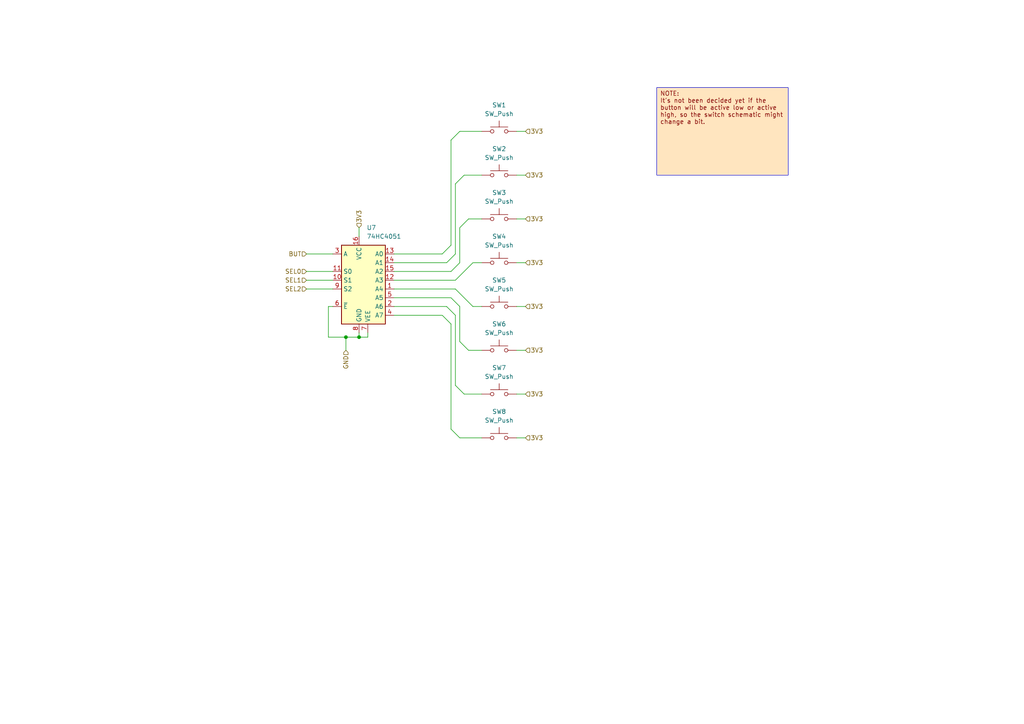
<source format=kicad_sch>
(kicad_sch (version 20231120) (generator "eeschema") (generator_version "8.0")
  (paper "A4")
  (title_block (title "Buttons") (date "2024-08-01") (rev "1.0") (company "Associació Cultural TGK"))
  (lib_symbols
    (symbol "74xx:74HC4051"
      (property "Reference" "U" (at -5.08 11.43 0))
      (property "Value" "74HC4051" (at -7.62 -13.97 0))
      (symbol "74HC4051_0_1"
        (rectangle (start -5.08 10.16) (end 7.62 -12.7) (stroke (width 0.254)) (fill (type background)))
      )
      (symbol "74HC4051_1_1"
        (pin passive line (at 10.16 -2.54 180) (length 2.54) (name "A4") (number "1"))
        (pin input line (at -7.62 0 0) (length 2.54) (name "S1") (number "10"))
        (pin input line (at -7.62 2.54 0) (length 2.54) (name "S0") (number "11"))
        (pin passive line (at 10.16 0 180) (length 2.54) (name "A3") (number "12"))
        (pin passive line (at 10.16 7.62 180) (length 2.54) (name "A0") (number "13"))
        (pin passive line (at 10.16 5.08 180) (length 2.54) (name "A1") (number "14"))
        (pin passive line (at 10.16 2.54 180) (length 2.54) (name "A2") (number "15"))
        (pin power_in line (at 0 12.7 270) (length 2.54) (name "VCC") (number "16"))
        (pin passive line (at 10.16 -7.62 180) (length 2.54) (name "A6") (number "2"))
        (pin passive line (at -7.62 7.62 0) (length 2.54) (name "A") (number "3"))
        (pin passive line (at 10.16 -10.16 180) (length 2.54) (name "A7") (number "4"))
        (pin passive line (at 10.16 -5.08 180) (length 2.54) (name "A5") (number "5"))
        (pin input line (at -7.62 -7.62 0) (length 2.54) (name "~{E}") (number "6"))
        (pin power_in line (at 2.54 -15.24 90) (length 2.54) (name "VEE") (number "7"))
        (pin power_in line (at 0 -15.24 90) (length 2.54) (name "GND") (number "8"))
        (pin input line (at -7.62 -2.54 0) (length 2.54) (name "S2") (number "9"))
      )
    )
    (symbol "Switch:SW_Push" (pin_numbers hide) (pin_names (offset 1.016) hide)
      (property "Reference" "SW" (at 1.27 2.54 0))
      (property "Value" "SW_Push" (at 0 -1.524 0))
      (symbol "SW_Push_0_1"
        (circle (center -2.032 0) (radius 0.508))
        (polyline (pts (xy 0 1.27) (xy 0 3.048)))
        (polyline (pts (xy 2.54 1.27) (xy -2.54 1.27)))
        (circle (center 2.032 0) (radius 0.508))
        (pin passive line (at -5.08 0 0) (length 2.54) (name "1") (number "1"))
        (pin passive line (at 5.08 0 180) (length 2.54) (name "2") (number "2"))
      )
    )
  )
  (junction (at 100.33 97.79))
  (junction (at 104.14 97.79))
  (wire (pts (xy 114.3 83.82) (xy 132.08 83.82)))
  (wire (pts (xy 132.08 53.34) (xy 134.62 50.8)))
  (wire (pts (xy 132.08 111.76) (xy 134.62 114.3)))
  (wire (pts (xy 95.25 88.9) (xy 96.52 88.9)))
  (wire (pts (xy 100.33 97.79) (xy 100.33 101.6)))
  (wire (pts (xy 114.3 78.74) (xy 130.81 78.74)))
  (wire (pts (xy 88.9 83.82) (xy 96.52 83.82)))
  (wire (pts (xy 149.86 127) (xy 152.4 127)))
  (wire (pts (xy 114.3 76.2) (xy 129.54 76.2)))
  (wire (pts (xy 149.86 101.6) (xy 152.4 101.6)))
  (wire (pts (xy 106.68 97.79) (xy 106.68 96.52)))
  (wire (pts (xy 88.9 81.28) (xy 96.52 81.28)))
  (wire (pts (xy 137.16 88.9) (xy 139.7 88.9)))
  (wire (pts (xy 132.08 73.66) (xy 132.08 53.34)))
  (wire (pts (xy 135.89 63.5) (xy 139.7 63.5)))
  (wire (pts (xy 128.27 91.44) (xy 130.81 93.98)))
  (wire (pts (xy 114.3 91.44) (xy 128.27 91.44)))
  (wire (pts (xy 133.35 127) (xy 139.7 127)))
  (wire (pts (xy 133.35 76.2) (xy 133.35 66.04)))
  (wire (pts (xy 130.81 40.64) (xy 133.35 38.1)))
  (wire (pts (xy 132.08 91.44) (xy 132.08 111.76)))
  (wire (pts (xy 135.89 101.6) (xy 139.7 101.6)))
  (wire (pts (xy 149.86 38.1) (xy 152.4 38.1)))
  (wire (pts (xy 88.9 73.66) (xy 96.52 73.66)))
  (wire (pts (xy 132.08 81.28) (xy 137.16 76.2)))
  (wire (pts (xy 114.3 81.28) (xy 132.08 81.28)))
  (wire (pts (xy 130.81 86.36) (xy 133.35 88.9)))
  (wire (pts (xy 114.3 73.66) (xy 128.27 73.66)))
  (wire (pts (xy 149.86 50.8) (xy 152.4 50.8)))
  (wire (pts (xy 114.3 88.9) (xy 129.54 88.9)))
  (wire (pts (xy 95.25 97.79) (xy 100.33 97.79)))
  (wire (pts (xy 130.81 93.98) (xy 130.81 124.46)))
  (wire (pts (xy 88.9 78.74) (xy 96.52 78.74)))
  (wire (pts (xy 129.54 76.2) (xy 132.08 73.66)))
  (wire (pts (xy 133.35 38.1) (xy 139.7 38.1)))
  (wire (pts (xy 132.08 83.82) (xy 137.16 88.9)))
  (wire (pts (xy 137.16 76.2) (xy 139.7 76.2)))
  (wire (pts (xy 149.86 114.3) (xy 152.4 114.3)))
  (wire (pts (xy 104.14 97.79) (xy 104.14 96.52)))
  (wire (pts (xy 100.33 97.79) (xy 104.14 97.79)))
  (wire (pts (xy 149.86 63.5) (xy 152.4 63.5)))
  (wire (pts (xy 134.62 50.8) (xy 139.7 50.8)))
  (wire (pts (xy 114.3 86.36) (xy 130.81 86.36)))
  (wire (pts (xy 133.35 99.06) (xy 135.89 101.6)))
  (wire (pts (xy 133.35 66.04) (xy 135.89 63.5)))
  (wire (pts (xy 149.86 88.9) (xy 152.4 88.9)))
  (wire (pts (xy 134.62 114.3) (xy 139.7 114.3)))
  (wire (pts (xy 104.14 97.79) (xy 106.68 97.79)))
  (wire (pts (xy 129.54 88.9) (xy 132.08 91.44)))
  (wire (pts (xy 128.27 73.66) (xy 130.81 71.12)))
  (wire (pts (xy 130.81 78.74) (xy 133.35 76.2)))
  (wire (pts (xy 133.35 88.9) (xy 133.35 99.06)))
  (wire (pts (xy 149.86 76.2) (xy 152.4 76.2)))
  (wire (pts (xy 130.81 71.12) (xy 130.81 40.64)))
  (wire (pts (xy 95.25 88.9) (xy 95.25 97.79)))
  (wire (pts (xy 130.81 124.46) (xy 133.35 127)))
  (wire (pts (xy 104.14 66.04) (xy 104.14 68.58)))
  (text_box "NOTE:\nIt's not been decided yet if the button will be active low or active high, so the switch schematic might change a bit." (at 190.5 25.4 0) (size 38.1 25.4) (fill (type color) (color 255 229 191 1)) (effects (font (size 1.27 1.27)) (justify left top)))
  (hierarchical_label "SEL2" (shape input) (at 88.9 83.82 180))
  (hierarchical_label "3V3" (shape input) (at 152.4 63.5 0))
  (hierarchical_label "SEL1" (shape input) (at 88.9 81.28 180))
  (hierarchical_label "BUT" (shape input) (at 88.9 73.66 180))
  (hierarchical_label "SEL0" (shape input) (at 88.9 78.74 180))
  (hierarchical_label "3V3" (shape input) (at 152.4 88.9 0))
  (hierarchical_label "GND" (shape input) (at 100.33 101.6 270))
  (hierarchical_label "3V3" (shape input) (at 152.4 101.6 0))
  (hierarchical_label "3V3" (shape input) (at 152.4 76.2 0))
  (hierarchical_label "3V3" (shape input) (at 152.4 114.3 0))
  (hierarchical_label "3V3" (shape input) (at 152.4 38.1 0))
  (hierarchical_label "3V3" (shape input) (at 104.14 66.04 90))
  (hierarchical_label "3V3" (shape input) (at 152.4 50.8 0))
  (hierarchical_label "3V3" (shape input) (at 152.4 127 0))
  (symbol (lib_id "Switch:SW_Push") (at 144.78 88.9 0) (unit 1)
    (property "Reference" "SW5" (at 144.78 81.28 0))
    (property "Value" "SW_Push" (at 144.78 83.82 0))
    (property "Description" "Push button switch, generic, two pins" (effects (hide yes)))
  )
  (symbol (lib_id "Switch:SW_Push") (at 144.78 76.2 0) (unit 1)
    (property "Reference" "SW4" (at 144.78 68.58 0))
    (property "Value" "SW_Push" (at 144.78 71.12 0))
    (property "Description" "Push button switch, generic, two pins" (effects (hide yes)))
  )
  (symbol (lib_id "Switch:SW_Push") (at 144.78 63.5 0) (unit 1)
    (property "Reference" "SW3" (at 144.78 55.88 0))
    (property "Value" "SW_Push" (at 144.78 58.42 0))
    (property "Description" "Push button switch, generic, two pins" (effects (hide yes)))
  )
  (symbol (lib_id "Switch:SW_Push") (at 144.78 101.6 0) (unit 1)
    (property "Reference" "SW6" (at 144.78 93.98 0))
    (property "Value" "SW_Push" (at 144.78 96.52 0))
    (property "Description" "Push button switch, generic, two pins" (effects (hide yes)))
  )
  (symbol (lib_id "Switch:SW_Push") (at 144.78 50.8 0) (unit 1)
    (property "Reference" "SW2" (at 144.78 43.18 0))
    (property "Value" "SW_Push" (at 144.78 45.72 0))
    (property "Description" "Push button switch, generic, two pins" (effects (hide yes)))
  )
  (symbol (lib_id "Switch:SW_Push") (at 144.78 114.3 0) (unit 1)
    (property "Reference" "SW7" (at 144.78 106.68 0))
    (property "Value" "SW_Push" (at 144.78 109.22 0))
    (property "Description" "Push button switch, generic, two pins" (effects (hide yes)))
  )
  (symbol (lib_id "Switch:SW_Push") (at 144.78 38.1 0) (unit 1)
    (property "Reference" "SW1" (at 144.78 30.48 0))
    (property "Value" "SW_Push" (at 144.78 33.02 0))
    (property "Description" "Push button switch, generic, two pins" (effects (hide yes)))
  )
  (symbol (lib_id "Switch:SW_Push") (at 144.78 127 0) (unit 1)
    (property "Reference" "SW8" (at 144.78 119.38 0))
    (property "Value" "SW_Push" (at 144.78 121.92 0))
    (property "Description" "Push button switch, generic, two pins" (effects (hide yes)))
  )
  (symbol (lib_id "74xx:74HC4051") (at 104.14 81.28 0) (unit 1)
    (property "Reference" "U7" (at 106.3341 66.04 0) (effects (justify left)))
    (property "Value" "74HC4051" (at 106.3341 68.58 0) (effects (justify left)))
    (property "Datasheet" "http://www.ti.com/lit/ds/symlink/cd74hc4051.pdf" (effects (hide yes)))
    (property "Description" "8-channel analog multiplexer/demultiplexer, DIP-16/SOIC-16/TSSOP-16" (effects (hide yes)))
  )
)
</source>
